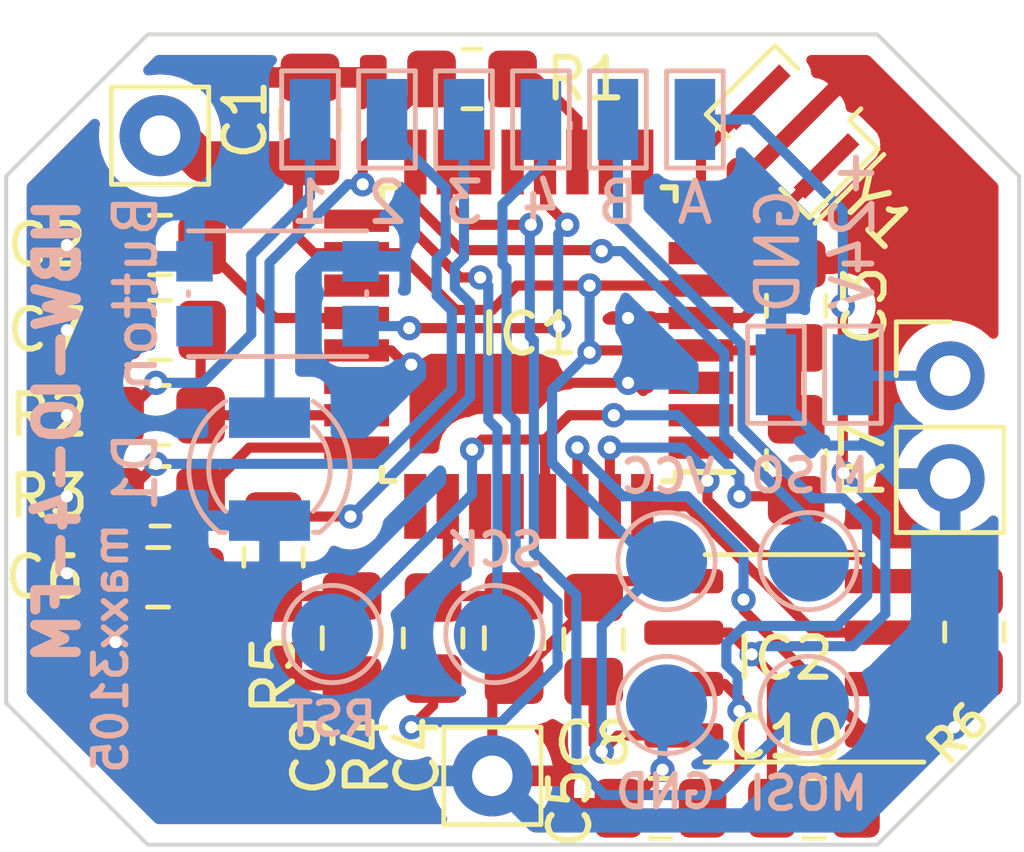
<source format=kicad_pcb>
(kicad_pcb (version 20211014) (generator pcbnew)
  (layers (0 "F.Cu" signal) (31 "B.Cu" signal) (34 "B.Paste" user) (35 "F.Paste" user) (36 "B.SilkS" user "B.Silkscreen") (37 "F.SilkS" user "F.Silkscreen") (38 "B.Mask" user) (39 "F.Mask" user) (44 "Edge.Cuts" user))
  (net 0 "")
  (net 1 "/GND")
  (net 2 "Net-(C1-Pad2)")
  (net 3 "/A0")
  (net 4 "/A1")
  (net 5 "/A2")
  (net 6 "/A3")
  (net 7 "/VCC")
  (net 8 "Net-(C14-Pad1)")
  (net 9 "Net-(C16-Pad1)")
  (net 10 "Net-(D1-Pad2)")
  (net 11 "/D3")
  (net 12 "/D4")
  (net 13 "/XTAL1")
  (net 14 "/XTAL2")
  (net 15 "/D5")
  (net 16 "/D6")
  (net 17 "/Button")
  (net 18 "/D9")
  (net 19 "/D10")
  (net 20 "/A6")
  (net 21 "/A7")
  (net 22 "/A4")
  (net 23 "/A5")
  (net 24 "/RST")
  (net 25 "/RXD")
  (net 26 "/TXD")
  (net 27 "/D2")
  (net 28 "Net-(R2-Pad2)")
  (net 29 "Net-(R3-Pad2)")
  (net 30 "Net-(R4-Pad2)")
  (net 31 "Net-(R5-Pad2)")
  (net 32 "/+24V")
  (net 33 "/D7")
  (net 34 "/MOSI")
  (net 35 "/MISO")
  (net 36 "/SCK")
  (footprint "TestPoint:TestPoint_THTPad_2.0x2.0mm_Drill1.0mm" (layer "F.Cu") (at 132.6 100.3)
    (fp_text reference "ST2" hide)
    (fp_text value "GND" hide)
    (pad "1" thru_hole oval (at 0 0) (size 2 2) (drill 1) (layers *.Cu *.Mask) (net 1 "/GND"))
  )
  (footprint "Capacitor_SMD:C_0805_2012Metric_Pad1.18x1.45mm_HandSolder" (layer "F.Cu") (at 133.1375 96.9 -90)
    (fp_text reference "C4" (at 2.9 2.3875 -90) (layer "F.SilkS"))
    (fp_text value "100n" hide)
    (pad "1" smd roundrect (at -1.0375 0 270) (size 1.175 1.45) (layers "F.Cu" "F.Paste" "F.Mask") (roundrect_rratio 0.2127659574) (net 6 "/A3"))
    (pad "2" smd roundrect (at 1.0375 0 270) (size 1.175 1.45) (layers "F.Cu" "F.Paste" "F.Mask") (roundrect_rratio 0.2127659574) (net 1 "/GND"))
  )
  (footprint "Resistor_SMD:R_0805_2012Metric_Pad1.20x1.40mm_HandSolder" (layer "F.Cu") (at 124.4 91.4 180)
    (fp_text reference "R2" (at 2.75 0) (layer "F.SilkS"))
    (fp_text value "330" hide)
    (pad "1" smd roundrect (at -1 0 180) (size 1.2 1.4) (layers "F.Cu" "F.Paste" "F.Mask") (roundrect_rratio 0.2083333333) (net 3 "/A0"))
    (pad "2" smd roundrect (at 1 0 180) (size 1.2 1.4) (layers "F.Cu" "F.Paste" "F.Mask") (roundrect_rratio 0.2083333333) (net 28 "Net-(R2-Pad2)"))
  )
  (footprint "Resistor_SMD:R_0805_2012Metric_Pad1.20x1.40mm_HandSolder" (layer "F.Cu") (at 144.5 96.75 90)
    (fp_text reference "R6" (at -2.5 -0.4 225) (layer "F.SilkS") (effects (font (size 0.8 0.8))))
    (fp_text value "10k" hide)
    (pad "1" smd roundrect (at -1 0 90) (size 1.2 1.4) (layers "F.Cu" "F.Paste" "F.Mask") (roundrect_rratio 0.2083333333) (net 1 "/GND"))
    (pad "2" smd roundrect (at 1 0 90) (size 1.2 1.4) (layers "F.Cu" "F.Paste" "F.Mask") (roundrect_rratio 0.2083333333) (net 27 "/D2"))
  )
  (footprint "Resistor_SMD:R_0805_2012Metric_Pad1.20x1.40mm_HandSolder" (layer "F.Cu") (at 124.4 93.4 180)
    (fp_text reference "R3" (at 2.75 0) (layer "F.SilkS"))
    (fp_text value "330" hide)
    (pad "1" smd roundrect (at -1 0 180) (size 1.2 1.4) (layers "F.Cu" "F.Paste" "F.Mask") (roundrect_rratio 0.2083333333) (net 4 "/A1"))
    (pad "2" smd roundrect (at 1 0 180) (size 1.2 1.4) (layers "F.Cu" "F.Paste" "F.Mask") (roundrect_rratio 0.2083333333) (net 29 "Net-(R3-Pad2)"))
  )
  (footprint "Capacitor_SMD:C_0805_2012Metric_Pad1.18x1.45mm_HandSolder" (layer "F.Cu") (at 136.75 101.1 180)
    (fp_text reference "C5" (at 2.2375 0 90) (layer "F.SilkS"))
    (fp_text value "82pF" hide)
    (pad "1" smd roundrect (at -1.0375 0 180) (size 1.175 1.45) (layers "F.Cu" "F.Paste" "F.Mask") (roundrect_rratio 0.2127659574) (net 8 "Net-(C14-Pad1)"))
    (pad "2" smd roundrect (at 1.0375 0 180) (size 1.175 1.45) (layers "F.Cu" "F.Paste" "F.Mask") (roundrect_rratio 0.2127659574) (net 1 "/GND"))
  )
  (footprint "Resistor_SMD:R_0805_2012Metric_Pad1.20x1.40mm_HandSolder" (layer "F.Cu") (at 131.1375 96.9 -90)
    (fp_text reference "R4" (at 2.9 1.6375 90) (layer "F.SilkS"))
    (fp_text value "330" hide)
    (pad "1" smd roundrect (at -1 0 270) (size 1.2 1.4) (layers "F.Cu" "F.Paste" "F.Mask") (roundrect_rratio 0.2083333333) (net 6 "/A3"))
    (pad "2" smd roundrect (at 1 0 270) (size 1.2 1.4) (layers "F.Cu" "F.Paste" "F.Mask") (roundrect_rratio 0.2083333333) (net 31 "Net-(R5-Pad2)"))
  )
  (footprint "Capacitor_SMD:C_0805_2012Metric_Pad1.18x1.45mm_HandSolder" (layer "F.Cu") (at 124.35 95.4 180)
    (fp_text reference "C6" (at 2.8 0) (layer "F.SilkS"))
    (fp_text value "100n" hide)
    (pad "1" smd roundrect (at -1.0375 0 180) (size 1.175 1.45) (layers "F.Cu" "F.Paste" "F.Mask") (roundrect_rratio 0.2127659574) (net 4 "/A1"))
    (pad "2" smd roundrect (at 1.0375 0 180) (size 1.175 1.45) (layers "F.Cu" "F.Paste" "F.Mask") (roundrect_rratio 0.2127659574) (net 1 "/GND"))
  )
  (footprint "Capacitor_SMD:C_0805_2012Metric_Pad1.18x1.45mm_HandSolder" (layer "F.Cu") (at 128.1 84.1 -90)
    (fp_text reference "C1" (at 0 1.6 90) (layer "F.SilkS"))
    (fp_text value "100nF" hide)
    (pad "1" smd roundrect (at -1.0375 0 270) (size 1.175 1.45) (layers "F.Cu" "F.Paste" "F.Mask") (roundrect_rratio 0.2127659574) (net 1 "/GND"))
    (pad "2" smd roundrect (at 1.0375 0 270) (size 1.175 1.45) (layers "F.Cu" "F.Paste" "F.Mask") (roundrect_rratio 0.2127659574) (net 7 "/VCC"))
  )
  (footprint "Crystal:Resonator_SMD_Murata_CSTxExxV-3Pin_3.0x1.1mm" (layer "F.Cu") (at 140 84.4 135)
    (fp_text reference "Y1" (at -2.899138 0.070711 135) (layer "F.SilkS"))
    (fp_text value "16Mhz")
    (pad "1" smd rect (at -1.2 0 135) (size 0.4 1.9) (layers "F.Cu" "F.Paste" "F.Mask") (net 13 "/XTAL1"))
    (pad "2" smd rect (at 0 0 135) (size 0.4 1.9) (layers "F.Cu" "F.Paste" "F.Mask") (net 1 "/GND"))
    (pad "3" smd rect (at 1.2 0 135) (size 0.4 1.9) (layers "F.Cu" "F.Paste" "F.Mask") (net 14 "/XTAL2"))
  )
  (footprint "Capacitor_SMD:C_0805_2012Metric_Pad1.18x1.45mm_HandSolder" (layer "F.Cu") (at 140.1 88.7 90)
    (fp_text reference "C3" (at 0 1.7 90) (layer "F.SilkS"))
    (fp_text value "100n" hide)
    (pad "1" smd roundrect (at -1.0375 0 90) (size 1.175 1.45) (layers "F.Cu" "F.Paste" "F.Mask") (roundrect_rratio 0.2127659574) (net 7 "/VCC"))
    (pad "2" smd roundrect (at 1.0375 0 90) (size 1.175 1.45) (layers "F.Cu" "F.Paste" "F.Mask") (roundrect_rratio 0.2127659574) (net 1 "/GND"))
  )
  (footprint "Resistor_SMD:R_0805_2012Metric_Pad1.20x1.40mm_HandSolder" (layer "F.Cu") (at 132.1 83.1 180)
    (fp_text reference "R1" (at -2.8 0) (layer "F.SilkS"))
    (fp_text value "330" hide)
    (pad "1" smd roundrect (at -1 0 180) (size 1.2 1.4) (layers "F.Cu" "F.Paste" "F.Mask") (roundrect_rratio 0.2083333333) (net 33 "/D7"))
    (pad "2" smd roundrect (at 1 0 180) (size 1.2 1.4) (layers "F.Cu" "F.Paste" "F.Mask") (roundrect_rratio 0.2083333333) (net 10 "Net-(D1-Pad2)"))
  )
  (footprint "Resistor_SMD:R_0805_2012Metric_Pad1.20x1.40mm_HandSolder" (layer "F.Cu") (at 140.1 92.5 -90)
    (fp_text reference "R7" (at 0 -1.65 90) (layer "F.SilkS"))
    (fp_text value "10k" hide)
    (pad "1" smd roundrect (at -1 0 270) (size 1.2 1.4) (layers "F.Cu" "F.Paste" "F.Mask") (roundrect_rratio 0.2083333333) (net 7 "/VCC"))
    (pad "2" smd roundrect (at 1 0 270) (size 1.2 1.4) (layers "F.Cu" "F.Paste" "F.Mask") (roundrect_rratio 0.2083333333) (net 24 "/RST"))
  )
  (footprint "Connector_PinHeader_2.54mm:PinHeader_1x02_P2.54mm_Vertical" (layer "F.Cu") (at 143.9 90.425)
    (fp_text reference "J1" hide)
    (fp_text value "Conn_01x02" hide)
    (pad "1" thru_hole oval (at 0 0) (size 1.7 1.7) (drill 1) (layers *.Cu *.Mask) (net 32 "/+24V"))
    (pad "2" thru_hole oval (at 0 2.54) (size 1.7 1.7) (drill 1) (layers *.Cu *.Mask) (net 1 "/GND"))
  )
  (footprint "TestPoint:TestPoint_THTPad_2.0x2.0mm_Drill1.0mm" (layer "F.Cu") (at 124.4 84.5)
    (fp_text reference "ST1" hide)
    (fp_text value "+5V" hide)
    (pad "1" thru_hole oval (at 0 0) (size 2 2) (drill 1) (layers *.Cu *.Mask) (net 7 "/VCC"))
  )
  (footprint "Capacitor_SMD:C_0805_2012Metric_Pad1.18x1.45mm_HandSolder" (layer "F.Cu") (at 124.4 89.3 180)
    (fp_text reference "C7" (at 2.8 0) (layer "F.SilkS"))
    (fp_text value "100n" hide)
    (pad "1" smd roundrect (at -1.0375 0 180) (size 1.175 1.45) (layers "F.Cu" "F.Paste" "F.Mask") (roundrect_rratio 0.2127659574) (net 3 "/A0"))
    (pad "2" smd roundrect (at 1.0375 0 180) (size 1.175 1.45) (layers "F.Cu" "F.Paste" "F.Mask") (roundrect_rratio 0.2127659574) (net 1 "/GND"))
  )
  (footprint "Capacitor_SMD:C_0805_2012Metric_Pad1.18x1.45mm_HandSolder" (layer "F.Cu") (at 140.5375 101.1)
    (fp_text reference "C10" (at -0.6875 -1.75) (layer "F.SilkS"))
    (fp_text value "82pF" hide)
    (pad "1" smd roundrect (at -1.0375 0) (size 1.175 1.45) (layers "F.Cu" "F.Paste" "F.Mask") (roundrect_rratio 0.2127659574) (net 9 "Net-(C16-Pad1)"))
    (pad "2" smd roundrect (at 1.0375 0) (size 1.175 1.45) (layers "F.Cu" "F.Paste" "F.Mask") (roundrect_rratio 0.2127659574) (net 1 "/GND"))
  )
  (footprint "Capacitor_SMD:C_0805_2012Metric_Pad1.18x1.45mm_HandSolder" (layer "F.Cu") (at 124.4 87.2)
    (fp_text reference "C2" (at -2.8 0) (layer "F.SilkS"))
    (fp_text value "100nF" hide)
    (pad "1" smd roundrect (at -1.0375 0) (size 1.175 1.45) (layers "F.Cu" "F.Paste" "F.Mask") (roundrect_rratio 0.2127659574) (net 1 "/GND"))
    (pad "2" smd roundrect (at 1.0375 0) (size 1.175 1.45) (layers "F.Cu" "F.Paste" "F.Mask") (roundrect_rratio 0.2127659574) (net 2 "Net-(C1-Pad2)"))
  )
  (footprint "Capacitor_SMD:C_0805_2012Metric_Pad1.18x1.45mm_HandSolder" (layer "F.Cu") (at 135.1 96.9375 -90)
    (fp_text reference "C8" (at 2.5625 0 180) (layer "F.SilkS"))
    (fp_text value "100n" hide)
    (pad "1" smd roundrect (at -1.0375 0 270) (size 1.175 1.45) (layers "F.Cu" "F.Paste" "F.Mask") (roundrect_rratio 0.2127659574) (net 1 "/GND"))
    (pad "2" smd roundrect (at 1.0375 0 270) (size 1.175 1.45) (layers "F.Cu" "F.Paste" "F.Mask") (roundrect_rratio 0.2127659574) (net 7 "/VCC"))
  )
  (footprint "Package_SO:SOIC-8_3.9x4.9mm_P1.27mm" (layer "F.Cu") (at 139.8 97.4 180)
    (fp_text reference "IC2" (at 0 0) (layer "F.SilkS"))
    (fp_text value "MAX487E" hide)
    (pad "1" smd roundrect (at -2.475 -1.905 180) (size 1.95 0.6) (layers "F.Cu" "F.Paste" "F.Mask") (net 25 "/RXD"))
    (pad "2" smd roundrect (at -2.475 -0.635 180) (size 1.95 0.6) (layers "F.Cu" "F.Paste" "F.Mask") (net 1 "/GND"))
    (pad "3" smd roundrect (at -2.475 0.635 180) (size 1.95 0.6) (layers "F.Cu" "F.Paste" "F.Mask") (net 27 "/D2"))
    (pad "4" smd roundrect (at -2.475 1.905 180) (size 1.95 0.6) (layers "F.Cu" "F.Paste" "F.Mask") (net 26 "/TXD"))
    (pad "5" smd roundrect (at 2.475 1.905 180) (size 1.95 0.6) (layers "F.Cu" "F.Paste" "F.Mask") (net 1 "/GND"))
    (pad "6" smd roundrect (at 2.475 0.635 180) (size 1.95 0.6) (layers "F.Cu" "F.Paste" "F.Mask") (net 9 "Net-(C16-Pad1)"))
    (pad "7" smd roundrect (at 2.475 -0.635 180) (size 1.95 0.6) (layers "F.Cu" "F.Paste" "F.Mask") (net 8 "Net-(C14-Pad1)"))
    (pad "8" smd roundrect (at 2.475 -1.905 180) (size 1.95 0.6) (layers "F.Cu" "F.Paste" "F.Mask") (net 7 "/VCC"))
  )
  (footprint "Resistor_SMD:R_0805_2012Metric_Pad1.20x1.40mm_HandSolder" (layer "F.Cu") (at 127.2 94.9 90)
    (fp_text reference "R5" (at -2.9 0 90) (layer "F.SilkS"))
    (fp_text value "330" hide)
    (pad "1" smd roundrect (at -1 0 90) (size 1.2 1.4) (layers "F.Cu" "F.Paste" "F.Mask") (roundrect_rratio 0.2083333333) (net 5 "/A2"))
    (pad "2" smd roundrect (at 1 0 90) (size 1.2 1.4) (layers "F.Cu" "F.Paste" "F.Mask") (roundrect_rratio 0.2083333333) (net 30 "Net-(R4-Pad2)"))
  )
  (footprint "Package_QFP:TQFP-32_7x7mm_P0.8mm" (layer "F.Cu") (at 133.5 89.4 180)
    (fp_text reference "IC1" (at 0 0) (layer "F.SilkS"))
    (fp_text value "ATmega328P-A" hide)
    (pad "1" smd rect (at -4.25 -2.8 180) (size 1.6 0.55) (layers "F.Cu" "F.Paste" "F.Mask") (net 11 "/D3"))
    (pad "2" smd rect (at -4.25 -2 180) (size 1.6 0.55) (layers "F.Cu" "F.Paste" "F.Mask") (net 12 "/D4"))
    (pad "3" smd rect (at -4.25 -1.2 180) (size 1.6 0.55) (layers "F.Cu" "F.Paste" "F.Mask") (net 1 "/GND"))
    (pad "4" smd rect (at -4.25 -0.4 180) (size 1.6 0.55) (layers "F.Cu" "F.Paste" "F.Mask") (net 7 "/VCC"))
    (pad "5" smd rect (at -4.25 0.4 180) (size 1.6 0.55) (layers "F.Cu" "F.Paste" "F.Mask") (net 1 "/GND"))
    (pad "6" smd rect (at -4.25 1.2 180) (size 1.6 0.55) (layers "F.Cu" "F.Paste" "F.Mask") (net 7 "/VCC"))
    (pad "7" smd rect (at -4.25 2 180) (size 1.6 0.55) (layers "F.Cu" "F.Paste" "F.Mask") (net 13 "/XTAL1"))
    (pad "8" smd rect (at -4.25 2.8 180) (size 1.6 0.55) (layers "F.Cu" "F.Paste" "F.Mask") (net 14 "/XTAL2"))
    (pad "9" smd rect (at -2.8 4.25 270) (size 1.6 0.55) (layers "F.Cu" "F.Paste" "F.Mask") (net 15 "/D5"))
    (pad "10" smd rect (at -2 4.25 270) (size 1.6 0.55) (layers "F.Cu" "F.Paste" "F.Mask") (net 16 "/D6"))
    (pad "11" smd rect (at -1.2 4.25 270) (size 1.6 0.55) (layers "F.Cu" "F.Paste" "F.Mask") (net 33 "/D7"))
    (pad "12" smd rect (at -0.4 4.25 270) (size 1.6 0.55) (layers "F.Cu" "F.Paste" "F.Mask") (net 17 "/Button"))
    (pad "13" smd rect (at 0.4 4.25 270) (size 1.6 0.55) (layers "F.Cu" "F.Paste" "F.Mask") (net 18 "/D9"))
    (pad "14" smd rect (at 1.2 4.25 270) (size 1.6 0.55) (layers "F.Cu" "F.Paste" "F.Mask") (net 19 "/D10"))
    (pad "15" smd rect (at 2 4.25 270) (size 1.6 0.55) (layers "F.Cu" "F.Paste" "F.Mask") (net 34 "/MOSI"))
    (pad "16" smd rect (at 2.8 4.25 270) (size 1.6 0.55) (layers "F.Cu" "F.Paste" "F.Mask") (net 35 "/MISO"))
    (pad "17" smd rect (at 4.25 2.8 180) (size 1.6 0.55) (layers "F.Cu" "F.Paste" "F.Mask") (net 36 "/SCK"))
    (pad "18" smd rect (at 4.25 2 180) (size 1.6 0.55) (layers "F.Cu" "F.Paste" "F.Mask") (net 7 "/VCC"))
    (pad "19" smd rect (at 4.25 1.2 180) (size 1.6 0.55) (layers "F.Cu" "F.Paste" "F.Mask") (net 20 "/A6"))
    (pad "20" smd rect (at 4.25 0.4 180) (size 1.6 0.55) (layers "F.Cu" "F.Paste" "F.Mask") (net 2 "Net-(C1-Pad2)"))
    (pad "21" smd rect (at 4.25 -0.4 180) (size 1.6 0.55) (layers "F.Cu" "F.Paste" "F.Mask") (net 1 "/GND"))
    (pad "22" smd rect (at 4.25 -1.2 180) (size 1.6 0.55) (layers "F.Cu" "F.Paste" "F.Mask") (net 21 "/A7"))
    (pad "23" smd rect (at 4.25 -2 180) (size 1.6 0.55) (layers "F.Cu" "F.Paste" "F.Mask") (net 3 "/A0"))
    (pad "24" smd rect (at 4.25 -2.8 180) (size 1.6 0.55) (layers "F.Cu" "F.Paste" "F.Mask") (net 4 "/A1"))
    (pad "25" smd rect (at 2.8 -4.25 270) (size 1.6 0.55) (layers "F.Cu" "F.Paste" "F.Mask") (net 5 "/A2"))
    (pad "26" smd rect (at 2 -4.25 270) (size 1.6 0.55) (layers "F.Cu" "F.Paste" "F.Mask") (net 6 "/A3"))
    (pad "27" smd rect (at 1.2 -4.25 270) (size 1.6 0.55) (layers "F.Cu" "F.Paste" "F.Mask") (net 22 "/A4"))
    (pad "28" smd rect (at 0.4 -4.25 270) (size 1.6 0.55) (layers "F.Cu" "F.Paste" "F.Mask") (net 23 "/A5"))
    (pad "29" smd rect (at -0.4 -4.25 270) (size 1.6 0.55) (layers "F.Cu" "F.Paste" "F.Mask") (net 24 "/RST"))
    (pad "30" smd rect (at -1.2 -4.25 270) (size 1.6 0.55) (layers "F.Cu" "F.Paste" "F.Mask") (net 25 "/RXD"))
    (pad "31" smd rect (at -2 -4.25 270) (size 1.6 0.55) (layers "F.Cu" "F.Paste" "F.Mask") (net 26 "/TXD"))
    (pad "32" smd rect (at -2.8 -4.25 270) (size 1.6 0.55) (layers "F.Cu" "F.Paste" "F.Mask") (net 27 "/D2"))
  )
  (footprint "Capacitor_SMD:C_0805_2012Metric_Pad1.18x1.45mm_HandSolder" (layer "F.Cu") (at 129.1375 96.9 -90)
    (fp_text reference "C9" (at 2.9 0.9375 90) (layer "F.SilkS"))
    (fp_text value "100n" hide)
    (pad "1" smd roundrect (at -1.0375 0 270) (size 1.175 1.45) (layers "F.Cu" "F.Paste" "F.Mask") (roundrect_rratio 0.2127659574) (net 5 "/A2"))
    (pad "2" smd roundrect (at 1.0375 0 270) (size 1.175 1.45) (layers "F.Cu" "F.Paste" "F.Mask") (roundrect_rratio 0.2127659574) (net 1 "/GND"))
  )
  (footprint "LED_THT:LED_D3.0mm" (layer "B.Cu") (at 127.1 94 90)
    (fp_text reference "D1" (at 1.2 -3.3 90) (layer "B.SilkS") (effects (justify mirror)))
    (fp_text value "Rot")
    (pad "1" smd rect (at 0 0 90) (size 1 2) (layers "B.Cu" "B.Paste" "B.Mask") (net 1 "/GND"))
    (pad "2" smd rect (at 2.54 0 90) (size 1 2) (layers "B.Cu" "B.Paste" "B.Mask") (net 10 "Net-(D1-Pad2)"))
  )
  (footprint "Button_Switch_SMD:SW_Push_1P1T_NO_CK_KMR2" (layer "B.Cu") (at 127.3 88.4)
    (fp_text reference "SW1" hide)
    (fp_text value "Button" (at -3.5 0 90) (layer "B.SilkS") (effects (justify mirror)))
    (pad "1" smd rect (at 2.05 0.8) (size 0.9 1) (layers "B.Cu" "B.Paste" "B.Mask") (net 17 "/Button"))
    (pad "1" smd rect (at -2.05 0.8) (size 0.9 1) (layers "B.Cu" "B.Paste" "B.Mask") (net 17 "/Button"))
    (pad "2" smd rect (at -2.05 -0.8) (size 0.9 1) (layers "B.Cu" "B.Paste" "B.Mask") (net 1 "/GND"))
    (pad "2" smd rect (at 2.05 -0.8) (size 0.9 1) (layers "B.Cu" "B.Paste" "B.Mask") (net 1 "/GND"))
  )
  (footprint "TestPoint:TestPoint_Pad_2.0x1.0mm" (layer "B.Cu") (at 139.6 90.4)
    (fp_text reference "ST10" hide)
    (fp_text value "GND" (at 0.05 -3.05 90) (layer "B.SilkS") (effects (justify mirror)))
    (pad "1" smd rect (at 0 0) (size 1 2) (layers "B.Cu" "B.Mask") (net 1 "/GND"))
  )
  (footprint "TestPoint:TestPoint_Pad_2.0x1.0mm" (layer "B.Cu") (at 137.6 84.1 180)
    (fp_text reference "ST3" hide)
    (fp_text value "A" (at 0 -2.05) (layer "B.SilkS") (effects (justify mirror)))
    (pad "1" smd rect (at 0 0 180) (size 1 2) (layers "B.Cu" "B.Mask") (net 9 "Net-(C16-Pad1)"))
  )
  (footprint "TestPoint:TestPoint_Pad_2.0x1.0mm" (layer "B.Cu") (at 131.9 84.1 180)
    (fp_text reference "ST4" hide)
    (fp_text value "3" (at 0 -2.05) (layer "B.SilkS") (effects (justify mirror)))
    (pad "1" smd rect (at 0 0 180) (size 1 2) (layers "B.Cu" "B.Mask") (net 30 "Net-(R4-Pad2)"))
  )
  (footprint "TestPoint:TestPoint_Pad_2.0x1.0mm" (layer "B.Cu") (at 130 84.1 180)
    (fp_text reference "ST5" hide)
    (fp_text value "2" (at 0 -2.05) (layer "B.SilkS") (effects (justify mirror)))
    (pad "1" smd rect (at 0 0 180) (size 1 2) (layers "B.Cu" "B.Mask") (net 29 "Net-(R3-Pad2)"))
  )
  (footprint "TestPoint:TestPoint_Pad_2.0x1.0mm" (layer "B.Cu") (at 141.5 90.4)
    (fp_text reference "ST9" hide)
    (fp_text value "+24V" (at 0 -3.6 90) (layer "B.SilkS") (effects (justify mirror)))
    (pad "1" smd rect (at 0 0) (size 1 2) (layers "B.Cu" "B.Mask") (net 32 "/+24V"))
  )
  (footprint "TestPoint:TestPoint_Homematic" (layer "B.Cu") (at 140.4 98.8 90)
    (fp_text reference "ISP" hide)
    (fp_text value "ISP")
    (pad "1" smd circle (at 0.25 0 90) (size 2 2) (layers "B.Cu" "B.Mask") (net 34 "/MOSI"))
    (pad "2" smd circle (at 3.8 0 90) (size 2 2) (layers "B.Cu" "B.Mask") (net 35 "/MISO"))
    (pad "3" smd circle (at 0.25 -3.5 90) (size 2 2) (layers "B.Cu" "B.Mask") (net 1 "/GND"))
    (pad "4" smd circle (at 3.8 -3.5 90) (size 2 2) (layers "B.Cu" "B.Mask") (net 7 "/VCC"))
    (pad "5" smd circle (at 2 -7.75 90) (size 2 2) (layers "B.Cu" "B.Mask") (net 36 "/SCK"))
    (pad "6" smd circle (at 2 -11.75 90) (size 2 2) (layers "B.Cu" "B.Mask") (net 24 "/RST"))
  )
  (footprint "TestPoint:TestPoint_Pad_2.0x1.0mm" (layer "B.Cu") (at 135.7 84.1 180)
    (fp_text reference "ST6" hide)
    (fp_text value "B" (at 0 -2.05) (layer "B.SilkS") (effects (justify mirror)))
    (pad "1" smd rect (at 0 0 180) (size 1 2) (layers "B.Cu" "B.Mask") (net 8 "Net-(C14-Pad1)"))
  )
  (footprint "TestPoint:TestPoint_Pad_2.0x1.0mm" (layer "B.Cu") (at 128.1 84.1 180)
    (fp_text reference "ST7" hide)
    (fp_text value "1" (at 0 -2.05) (layer "B.SilkS") (effects (justify mirror)))
    (pad "1" smd rect (at 0 0 180) (size 1 2) (layers "B.Cu" "B.Mask") (net 28 "Net-(R2-Pad2)"))
  )
  (footprint "TestPoint:TestPoint_Pad_2.0x1.0mm" (layer "B.Cu") (at 133.8 84.1 180)
    (fp_text reference "ST8" hide)
    (fp_text value "4" (at 0 -2.05) (layer "B.SilkS") (effects (justify mirror)))
    (pad "1" smd rect (at 0 0 180) (size 1 2) (layers "B.Cu" "B.Mask") (net 31 "Net-(R5-Pad2)"))
  )
  (gr_line (start 145.6 98.5) (end 145.6 85.5) (layer "Edge.Cuts") (width 0.1))
  (gr_line (start 142.1 82) (end 124.1 82) (layer "Edge.Cuts") (width 0.1))
  (gr_line (start 145.6 98.5) (end 142.1 102) (layer "Edge.Cuts") (width 0.1))
  (gr_line (start 120.6 85.5) (end 124.1 82) (layer "Edge.Cuts") (width 0.1))
  (gr_line (start 145.6 85.5) (end 142.1 82) (layer "Edge.Cuts") (width 0.1))
  (gr_line (start 120.6 85.5) (end 120.6 98.5) (layer "Edge.Cuts") (width 0.1))
  (gr_line (start 124.1 102) (end 120.6 98.5) (layer "Edge.Cuts") (width 0.1))
  (gr_line (start 124.1 102) (end 142.1 102) (layer "Edge.Cuts") (width 0.1))
  (gr_text "MOSI" (at 140.4 100.73) (layer "B.SilkS") (effects (font (size 0.8 0.8)) (justify mirror)))
  (gr_text "maxx3105" (at 123.18 97.15 90) (layer "B.SilkS") (effects (font (size 0.8 0.8)) (justify mirror)))
  (gr_text "GND" (at 136.87 100.69) (layer "B.SilkS") (effects (font (size 0.8 0.8)) (justify mirror)))
  (gr_text "RST" (at 128.64 98.9) (layer "B.SilkS") (effects (font (size 0.8 0.8)) (justify mirror)))
  (gr_text "SCK" (at 132.66 94.72) (layer "B.SilkS") (effects (font (size 0.8 0.8)) (justify mirror)))
  (gr_text "HBW-IO-4-FM" (at 121.87 91.79 90) (layer "B.SilkS") (effects (font (size 1 1) (thickness 0.25)) (justify mirror)))
  (gr_text "VCC" (at 136.93 92.91) (layer "B.SilkS") (effects (font (size 0.8 0.8)) (justify mirror)))
  (gr_text "MISO" (at 140.43 92.89) (layer "B.SilkS") (effects (font (size 0.8 0.8)) (justify mirror)))
  (segment (start 137.75 89) (end 135.95 89) (width 0.25) (layer "F.Cu") (net 1))
  (segment (start 142.075 101.1) (end 142.126751 101.1) (width 0.25) (layer "F.Cu") (net 1))
  (segment (start 133.1375 97.9375) (end 132.6 98.475) (width 0.25) (layer "F.Cu") (net 1))
  (segment (start 137.325 95.495) (end 135.505 95.495) (width 0.25) (layer "F.Cu") (net 1))
  (segment (start 132.6 98.475) (end 132.6 100.3) (width 0.25) (layer "F.Cu") (net 1))
  (segment (start 130.6 90.15) (end 130.45 90.15) (width 0.25) (layer "F.Cu") (net 1))
  (segment (start 144 98.25) (end 144.5 97.75) (width 0.25) (layer "F.Cu") (net 1))
  (segment (start 138.8 89) (end 140.1 87.7) (width 0.25) (layer "F.Cu") (net 1))
  (segment (start 135.85 101.1) (end 136.8 100.15) (width 0.25) (layer "F.Cu") (net 1))
  (segment (start 137.75 89) (end 138.8 89) (width 0.25) (layer "F.Cu") (net 1))
  (segment (start 130.45 90.15) (end 130.1 89.8) (width 0.25) (layer "F.Cu") (net 1))
  (segment (start 144 99.226751) (end 144 98.25) (width 0.25) (layer "F.Cu") (net 1))
  (segment (start 130.1 89.8) (end 129.25 89.8) (width 0.25) (layer "F.Cu") (net 1))
  (segment (start 135.1 95.975) (end 133.1375 97.9375) (width 0.25) (layer "F.Cu") (net 1))
  (segment (start 130.6 90.15) (end 131.05 90.6) (width 0.25) (layer "F.Cu") (net 1))
  (segment (start 142.275 98.035) (end 144.215 98.035) (width 0.25) (layer "F.Cu") (net 1))
  (segment (start 142.126751 101.1) (end 144 99.226751) (width 0.25) (layer "F.Cu") (net 1))
  (segment (start 131.05 90.6) (end 137.75 90.6) (width 0.25) (layer "F.Cu") (net 1))
  (via (at 122.1 91.4) (size 0.6) (drill 0.3) (layers "F.Cu" "B.Cu") (net 1))
  (via (at 136.8 100.15) (size 0.6) (drill 0.3) (layers "F.Cu" "B.Cu") (net 1))
  (via (at 135.95 90.6) (size 0.6) (drill 0.3) (layers "F.Cu" "B.Cu") (net 1))
  (via (at 123.3 97) (size 0.6) (drill 0.3) (layers "F.Cu" "B.Cu") (net 1))
  (via (at 122.1 95.3) (size 0.6) (drill 0.3) (layers "F.Cu" "B.Cu") (net 1))
  (via (at 135.95 89) (size 0.6) (drill 0.3) (layers "F.Cu" "B.Cu") (net 1))
  (via (at 130.6 90.15) (size 0.6) (drill 0.3) (layers "F.Cu" "B.Cu") (net 1))
  (via (at 122.1 87.2) (size 0.6) (drill 0.3) (layers "F.Cu" "B.Cu") (net 1))
  (via (at 122.1 93.4) (size 0.6) (drill 0.3) (layers "F.Cu" "B.Cu") (net 1))
  (via (at 122.1 89.3) (size 0.6) (drill 0.3) (layers "F.Cu" "B.Cu") (net 1))
  (via (at 144 99.1) (size 0.6) (drill 0.3) (layers "F.Cu" "B.Cu") (net 1))
  (segment (start 136.8 100.15) (end 136.8 98.65) (width 0.25) (layer "B.Cu") (net 1))
  (segment (start 142.665 92.965) (end 143.9 92.965) (width 0.25) (layer "B.Cu") (net 1))
  (segment (start 139.6 90.9) (end 140.85 92.15) (width 0.25) (layer "B.Cu") (net 1))
  (segment (start 132.6 100.3) (end 133.7 101.4) (width 0.6) (layer "B.Cu") (net 1))
  (segment (start 141.85 92.15) (end 142.665 92.965) (width 0.25) (layer "B.Cu") (net 1))
  (segment (start 140.85 92.15) (end 141.85 92.15) (width 0.25) (layer "B.Cu") (net 1))
  (segment (start 141.58 101.4) (end 143.7 99.28) (width 0.6) (layer "B.Cu") (net 1))
  (segment (start 133.7 101.4) (end 141.58 101.4) (width 0.6) (layer "B.Cu") (net 1))
  (segment (start 143.7 99.1) (end 144 99.1) (width 0.25) (layer "B.Cu") (net 1))
  (segment (start 127.2375 89) (end 129.25 89) (width 0.25) (layer "F.Cu") (net 2))
  (segment (start 125.4375 87.2) (end 127.2375 89) (width 0.25) (layer "F.Cu") (net 2))
  (segment (start 125.4 91.4) (end 125.4 89.3375) (width 0.25) (layer "F.Cu") (net 3))
  (segment (start 125.4 91.4) (end 129.25 91.4) (width 0.25) (layer "F.Cu") (net 3))
  (segment (start 125.4 93.4) (end 126.6 92.2) (width 0.25) (layer "F.Cu") (net 4))
  (segment (start 126.6 92.2) (end 129.25 92.2) (width 0.25) (layer "F.Cu") (net 4))
  (segment (start 125.4 93.4) (end 125.4 95.3625) (width 0.25) (layer "F.Cu") (net 4))
  (segment (start 129.1375 95.2125) (end 130.7 93.65) (width 0.25) (layer "F.Cu") (net 5))
  (segment (start 129.1375 95.8625) (end 129.1375 95.2125) (width 0.25) (layer "F.Cu") (net 5))
  (segment (start 129.1375 95.8625) (end 127.2375 95.8625) (width 0.25) (layer "F.Cu") (net 5))
  (segment (start 133.1375 95.8625) (end 131.175 95.8625) (width 0.25) (layer "F.Cu") (net 6))
  (segment (start 131.5 95.5375) (end 131.5 93.65) (width 0.25) (layer "F.Cu") (net 6))
  (segment (start 131.7 88.8) (end 130.3 87.4) (width 0.25) (layer "F.Cu") (net 7))
  (segment (start 132.6 88.8) (end 131.7 88.8) (width 0.25) (layer "F.Cu") (net 7))
  (segment (start 125.4375 85.1375) (end 124.8 84.5) (width 1) (layer "F.Cu") (net 7))
  (segment (start 135.1 99.5) (end 135.3 99.7) (width 0.25) (layer "F.Cu") (net 7))
  (segment (start 127.8 87) (end 127.8 85.4375) (width 0.25) (layer "F.Cu") (net 7))
  (segment (start 140.1 89.7375) (end 140.1 91.4) (width 0.25) (layer "F.Cu") (net 7))
  (segment (start 137.325 99.305) (end 135.695 99.305) (width 0.25) (layer "F.Cu") (net 7))
  (segment (start 128.2 87.4) (end 127.8 87) (width 0.25) (layer "F.Cu") (net 7))
  (segment (start 137.75 88.2) (end 135 88.2) (width 0.25) (layer "F.Cu") (net 7))
  (segment (start 130.3 87.4) (end 129.25 87.4) (width 0.25) (layer "F.Cu") (net 7))
  (segment (start 137.75 89.8) (end 140.0375 89.8) (width 0.25) (layer "F.Cu") (net 7))
  (segment (start 133.2 88.2) (end 132.6 88.8) (width 0.25) (layer "F.Cu") (net 7))
  (segment (start 135.1 97.975) (end 135.1 99.5) (width 0.25) (layer "F.Cu") (net 7))
  (segment (start 129.25 87.4) (end 128.2 87.4) (width 0.25) (layer "F.Cu") (net 7))
  (segment (start 135.05 89.8) (end 137.75 89.8) (width 0.25) (layer "F.Cu") (net 7))
  (segment (start 135.695 99.305) (end 135.3 99.7) (width 0.25) (layer "F.Cu") (net 7))
  (segment (start 135 88.2) (end 133.2 88.2) (width 0.25) (layer "F.Cu") (net 7))
  (segment (start 135 89.85) (end 135.05 89.8) (width 0.25) (layer "F.Cu") (net 7))
  (segment (start 128.1 85.1375) (end 125.4375 85.1375) (width 1) (layer "F.Cu") (net 7))
  (via (at 135.3 99.7) (size 0.6) (drill 0.3) (layers "F.Cu" "B.Cu") (net 7))
  (via (at 135 88.2) (size 0.6) (drill 0.3) (layers "F.Cu" "B.Cu") (net 7))
  (via (at 135 89.85) (size 0.6) (drill 0.3) (layers "F.Cu" "B.Cu") (net 7))
  (segment (start 135.3 96.6) (end 136.9 95) (width 0.25) (layer "B.Cu") (net 7))
  (segment (start 134.075 90.775) (end 134.075 92.575) (width 0.25) (layer "B.Cu") (net 7))
  (segment (start 135 89.85) (end 134.075 90.775) (width 0.25) (layer "B.Cu") (net 7))
  (segment (start 135 89.85) (end 135 88.2) (width 0.25) (layer "B.Cu") (net 7))
  (segment (start 134.075 92.575) (end 136.5 95) (width 0.25) (layer "B.Cu") (net 7))
  (segment (start 135.3 99.7) (end 135.3 96.6) (width 0.25) (layer "B.Cu") (net 7))
  (segment (start 138.335 98.035) (end 138.7 98.4) (width 0.25) (layer "F.Cu") (net 8))
  (segment (start 138.7 98.7) (end 138.7 100.225) (width 0.25) (layer "F.Cu") (net 8))
  (segment (start 138.7 100.225) (end 137.825 101.1) (width 0.25) (layer "F.Cu") (net 8))
  (segment (start 137.325 98.035) (end 138.335 98.035) (width 0.25) (layer "F.Cu") (net 8))
  (via (at 138.7 98.7) (size 0.6) (drill 0.3) (layers "F.Cu" "B.Cu") (net 8))
  (segment (start 141.85 95.85) (end 141.1 96.6) (width 0.25) (layer "B.Cu") (net 8))
  (segment (start 135.7 84.1) (end 135.7 86.6) (width 0.25) (layer "B.Cu") (net 8))
  (segment (start 138.65 97.833884) (end 138.65 98.65) (width 0.25) (layer "B.Cu") (net 8))
  (segment (start 141.85 94.05) (end 141.85 95.85) (width 0.25) (layer "B.Cu") (net 8))
  (segment (start 138.375 97.558884) (end 138.65 97.833884) (width 0.25) (layer "B.Cu") (net 8))
  (segment (start 138.65 98.65) (end 138.7 98.7) (width 0.25) (layer "B.Cu") (net 8))
  (segment (start 140.5 93.45) (end 141.25 93.45) (width 0.25) (layer "B.Cu") (net 8))
  (segment (start 138.775 91.725) (end 140.5 93.45) (width 0.25) (layer "B.Cu") (net 8))
  (segment (start 141.1 96.6) (end 138.816116 96.6) (width 0.25) (layer "B.Cu") (net 8))
  (segment (start 138.775 89.675) (end 138.775 91.725) (width 0.25) (layer "B.Cu") (net 8))
  (segment (start 135.7 86.6) (end 138.775 89.675) (width 0.25) (layer "B.Cu") (net 8))
  (segment (start 138.816116 96.6) (end 138.375 97.041116) (width 0.25) (layer "B.Cu") (net 8))
  (segment (start 138.375 97.041116) (end 138.375 97.558884) (width 0.25) (layer "B.Cu") (net 8))
  (segment (start 141.25 93.45) (end 141.85 94.05) (width 0.25) (layer "B.Cu") (net 8))
  (segment (start 141.25 92.806188) (end 141.269619 92.825807) (width 0.25) (layer "F.Cu") (net 9))
  (segment (start 139 97.3) (end 139.5 97.8) (width 0.25) (layer "F.Cu") (net 9))
  (segment (start 139 97.3) (end 138.465 96.765) (width 0.25) (layer "F.Cu") (net 9))
  (segment (start 139.5 97.8) (end 139.5 101.1) (width 0.25) (layer "F.Cu") (net 9))
  (segment (start 138.465 96.765) (end 137.325 96.765) (width 0.25) (layer "F.Cu") (net 9))
  (segment (start 141.25 88.7) (end 141.25 92.806188) (width 0.25) (layer "F.Cu") (net 9))
  (via (at 139 97.3) (size 0.6) (drill 0.3) (layers "F.Cu" "B.Cu") (net 9))
  (via (at 141.269619 92.825807) (size 0.6) (drill 0.3) (layers "F.Cu" "B.Cu") (net 9))
  (via (at 141.25 88.7) (size 0.6) (drill 0.3) (layers "F.Cu" "B.Cu") (net 9))
  (segment (start 139 84.1) (end 137.6 84.1) (width 0.25) (layer "B.Cu") (net 9))
  (segment (start 141.25 88.7) (end 141.25 86.35) (width 0.25) (layer "B.Cu") (net 9))
  (segment (start 142.3 96.3) (end 142.3 93.856188) (width 0.25) (layer "B.Cu") (net 9))
  (segment (start 142.3 93.856188) (end 141.269619 92.825807) (width 0.25) (layer "B.Cu") (net 9))
  (segment (start 139.2 97.1) (end 141.5 97.1) (width 0.25) (layer "B.Cu") (net 9))
  (segment (start 141.5 97.1) (end 142.3 96.3) (width 0.25) (layer "B.Cu") (net 9))
  (segment (start 141.25 86.35) (end 139 84.1) (width 0.25) (layer "B.Cu") (net 9))
  (segment (start 139 97.3) (end 139.2 97.1) (width 0.25) (layer "B.Cu") (net 9))
  (segment (start 129.4 84.8) (end 131.1 83.1) (width 0.25) (layer "F.Cu") (net 10))
  (segment (start 129.4 85.7) (end 129.4 84.8) (width 0.25) (layer "F.Cu") (net 10))
  (via (at 129.4 85.7) (size 0.6) (drill 0.3) (layers "F.Cu" "B.Cu") (net 10))
  (segment (start 129.4 85.7) (end 129.036396 85.7) (width 0.25) (layer "B.Cu") (net 10))
  (segment (start 127.1 87.636396) (end 127.1 91.46) (width 0.25) (layer "B.Cu") (net 10))
  (segment (start 129.036396 85.7) (end 127.1 87.636396) (width 0.25) (layer "B.Cu") (net 10))
  (segment (start 138.7 87.4) (end 140.848528 85.251472) (width 0.25) (layer "F.Cu") (net 13))
  (segment (start 137.75 87.4) (end 138.7 87.4) (width 0.25) (layer "F.Cu") (net 13))
  (segment (start 137.75 84.952944) (end 139.151472 83.551472) (width 0.25) (layer "F.Cu") (net 14))
  (segment (start 137.75 86.6) (end 137.75 84.952944) (width 0.25) (layer "F.Cu") (net 14))
  (segment (start 134.45 86.7) (end 133.9 86.15) (width 0.25) (layer "F.Cu") (net 17))
  (segment (start 134.2 89.25) (end 134.25 89.2) (width 0.25) (layer "F.Cu") (net 17))
  (segment (start 130.549502 89.25) (end 134.2 89.25) (width 0.25) (layer "F.Cu") (net 17))
  (segment (start 133.9 86.15) (end 133.9 85.15) (width 0.25) (layer "F.Cu") (net 17))
  (via (at 134.25 89.2) (size 0.6) (drill 0.3) (layers "F.Cu" "B.Cu") (net 17))
  (via (at 134.45 86.7) (size 0.6) (drill 0.3) (layers "F.Cu" "B.Cu") (net 17))
  (via (at 130.549502 89.25) (size 0.6) (drill 0.3) (layers "F.Cu" "B.Cu") (net 17))
  (segment (start 129.35 89.2) (end 130.499502 89.2) (width 0.25) (layer "B.Cu") (net 17))
  (segment (start 134.45 86.7) (end 134.225 86.925) (width 0.25) (layer "B.Cu") (net 17))
  (segment (start 134.225 89.175) (end 134.25 89.2) (width 0.25) (layer "B.Cu") (net 17))
  (segment (start 130.499502 89.2) (end 130.549502 89.25) (width 0.25) (layer "B.Cu") (net 17))
  (segment (start 134.225 86.925) (end 134.225 89.175) (width 0.25) (layer "B.Cu") (net 17))
  (segment (start 135.6 91.4) (end 134.5 91.4) (width 0.25) (layer "F.Cu") (net 24))
  (segment (start 132.35 92) (end 132.1 92.25) (width 0.25) (layer "F.Cu") (net 24))
  (segment (start 133.9 92) (end 132.35 92) (width 0.25) (layer "F.Cu") (net 24))
  (segment (start 133.9 93.65) (end 133.9 92) (width 0.25) (layer "F.Cu") (net 24))
  (segment (start 134.5 91.4) (end 133.9 92) (width 0.25) (layer "F.Cu") (net 24))
  (segment (start 140.1 93.4) (end 138.7 93.4) (width 0.25) (layer "F.Cu") (net 24))
  (via (at 135.6 91.4) (size 0.6) (drill 0.3) (layers "F.Cu" "B.Cu") (net 24))
  (via (at 132.1 92.25) (size 0.6) (drill 0.3) (layers "F.Cu" "B.Cu") (net 24))
  (via (at 138.7 93.4) (size 0.6) (drill 0.3) (layers "F.Cu" "B.Cu") (net 24))
  (segment (start 132.1 93.35) (end 128.65 96.8) (width 0.25) (layer "B.Cu") (net 24))
  (segment (start 132.1 92.25) (end 132.1 93.35) (width 0.25) (layer "B.Cu") (net 24))
  (segment (start 137.177208 91.4) (end 135.6 91.4) (width 0.25) (layer "B.Cu") (net 24))
  (segment (start 138.7 92.922792) (end 137.177208 91.4) (width 0.25) (layer "B.Cu") (net 24))
  (segment (start 138.7 93.4) (end 138.7 92.922792) (width 0.25) (layer "B.Cu") (net 24))
  (segment (start 134.7 93.65) (end 134.7 92.2) (width 0.25) (layer "F.Cu") (net 25))
  (segment (start 138.8 96.206751) (end 141.898249 99.305) (width 0.25) (layer "F.Cu") (net 25))
  (segment (start 138.8 95.95) (end 138.8 96.206751) (width 0.25) (layer "F.Cu") (net 25))
  (via (at 134.7 92.2) (size 0.6) (drill 0.3) (layers "F.Cu" "B.Cu") (net 25))
  (via (at 138.8 95.95) (size 0.6) (drill 0.3) (layers "F.Cu" "B.Cu") (net 25))
  (segment (start 135.816116 93.4) (end 134.7 92.283884) (width 0.25) (layer "B.Cu") (net 25))
  (segment (start 134.7 92.283884) (end 134.7 92.2) (width 0.25) (layer "B.Cu") (net 25))
  (segment (start 137.410146 93.4) (end 135.816116 93.4) (width 0.25) (layer "B.Cu") (net 25))
  (segment (start 138.8 95.95) (end 138.8 94.789854) (width 0.25) (layer "B.Cu") (net 25))
  (segment (start 138.8 94.789854) (end 137.410146 93.4) (width 0.25) (layer "B.Cu") (net 25))
  (segment (start 139.266116 94.85) (end 141.63 94.85) (width 0.25) (layer "F.Cu") (net 26))
  (segment (start 137.909266 93.49315) (end 139.266116 94.85) (width 0.25) (layer "F.Cu") (net 26))
  (segment (start 135.5 93.65) (end 135.5 92.2) (width 0.25) (layer "F.Cu") (net 26))
  (segment (start 141.63 94.85) (end 142.275 95.495) (width 0.25) (layer "F.Cu") (net 26))
  (segment (start 137.909266 93.015236) (end 137.909266 93.49315) (width 0.25) (layer "F.Cu") (net 26))
  (via (at 137.909266 93.015236) (size 0.6) (drill 0.3) (layers "F.Cu" "B.Cu") (net 26))
  (via (at 135.5 92.2) (size 0.6) (drill 0.3) (layers "F.Cu" "B.Cu") (net 26))
  (segment (start 137.909266 93.015236) (end 137.909266 92.809266) (width 0.25) (layer "B.Cu") (net 26))
  (segment (start 137.3 92.2) (end 135.5 92.2) (width 0.25) (layer "B.Cu") (net 26))
  (segment (start 137.909266 92.809266) (end 137.3 92.2) (width 0.25) (layer "B.Cu") (net 26))
  (segment (start 139.07972 95.3) (end 137.459266 93.679546) (width 0.25) (layer "F.Cu") (net 27))
  (segment (start 142.275 96.765) (end 143.485 96.765) (width 0.25) (layer "F.Cu") (net 27))
  (segment (start 140.553376 96.765) (end 139.088376 95.3) (width 0.25) (layer "F.Cu") (net 27))
  (segment (start 137.459266 93.67089) (end 137.438376 93.65) (width 0.25) (layer "F.Cu") (net 27))
  (segment (start 139.088376 95.3) (end 139.07972 95.3) (width 0.25) (layer "F.Cu") (net 27))
  (segment (start 143.485 96.765) (end 144.5 95.75) (width 0.25) (layer "F.Cu") (net 27))
  (segment (start 142.275 96.765) (end 140.553376 96.765) (width 0.25) (layer "F.Cu") (net 27))
  (segment (start 137.459266 93.679546) (end 137.459266 93.67089) (width 0.25) (layer "F.Cu") (net 27))
  (segment (start 137.438376 93.65) (end 136.3 93.65) (width 0.25) (layer "F.Cu") (net 27))
  (segment (start 123.5 91.4) (end 124.3 90.6) (width 0.25) (layer "F.Cu") (net 28))
  (via (at 124.3 90.6) (size 0.6) (drill 0.3) (layers "F.Cu" "B.Cu") (net 28))
  (segment (start 124.3 90.6) (end 125.45 90.6) (width 0.25) (layer "B.Cu") (net 28))
  (segment (start 125.45 90.6) (end 126.65 89.4) (width 0.25) (layer "B.Cu") (net 28))
  (segment (start 126.65 89.4) (end 126.65 87.45) (width 0.25) (layer "B.Cu") (net 28))
  (segment (start 128.1 86) (end 128.1 84.1) (width 0.25) (layer "B.Cu") (net 28))
  (segment (start 126.65 87.45) (end 128.1 86) (width 0.25) (layer "B.Cu") (net 28))
  (segment (start 123.5 93.4) (end 124.3 92.6) (width 0.25) (layer "F.Cu") (net 29))
  (via (at 124.3 92.6) (size 0.6) (drill 0.3) (layers "F.Cu" "B.Cu") (net 29))
  (segment (start 131.225 88.44528) (end 131.225 87.55472) (width 0.25) (layer "B.Cu") (net 29))
  (segment (start 131.225 87.55472) (end 131.45 87.32972) (width 0.25) (layer "B.Cu") (net 29))
  (segment (start 131.45 85.8) (end 130 84.35) (width 0.25) (layer "B.Cu") (net 29))
  (segment (start 131.45 87.32972) (end 131.45 85.8) (width 0.25) (layer "B.Cu") (net 29))
  (segment (start 131.6 90.75) (end 131.6 88.82028) (width 0.25) (layer "B.Cu") (net 29))
  (segment (start 131.6 88.82028) (end 131.225 88.44528) (width 0.25) (layer "B.Cu") (net 29))
  (segment (start 124.3 92.6) (end 129.75 92.6) (width 0.25) (layer "B.Cu") (net 29))
  (segment (start 129.75 92.6) (end 131.6 90.75) (width 0.25) (layer "B.Cu") (net 29))
  (segment (start 127.2 93.9) (end 129.1 93.9) (width 0.25) (layer "F.Cu") (net 30))
  (via (at 129.1 93.9) (size 0.6) (drill 0.3) (layers "F.Cu" "B.Cu") (net 30))
  (segment (start 131.675 87.741116) (end 131.675 88.258884) (width 0.25) (layer "B.Cu") (net 30))
  (segment (start 132.05 88.633884) (end 132.05 90.95) (width 0.25) (layer "B.Cu") (net 30))
  (segment (start 131.675 88.258884) (end 132.05 88.633884) (width 0.25) (layer "B.Cu") (net 30))
  (segment (start 131.9 87.516116) (end 131.675 87.741116) (width 0.25) (layer "B.Cu") (net 30))
  (segment (start 132.05 90.95) (end 129.1 93.9) (width 0.25) (layer "B.Cu") (net 30))
  (segment (start 131.9 84.1) (end 131.9 87.516116) (width 0.25) (layer "B.Cu") (net 30))
  (segment (start 131.1375 98.5625) (end 130.6 99.1) (width 0.25) (layer "F.Cu") (net 31))
  (segment (start 131.1375 97.9) (end 131.1375 98.5625) (width 0.25) (layer "F.Cu") (net 31))
  (via (at 130.6 99.1) (size 0.6) (drill 0.3) (layers "F.Cu" "B.Cu") (net 31))
  (segment (start 134.21 97.59) (end 134.21 96.01) (width 0.25) (layer "B.Cu") (net 31))
  (segment (start 132.95 87.766116) (end 132.85 87.666116) (width 0.25) (layer "B.Cu") (net 31))
  (segment (start 132.85 86.2) (end 133.85 85.2) (width 0.25) (layer "B.Cu") (net 31))
  (segment (start 130.725 98.975) (end 132.825 98.975) (width 0.25) (layer "B.Cu") (net 31))
  (segment (start 132.85 87.666116) (end 132.85 86.2) (width 0.25) (layer "B.Cu") (net 31))
  (segment (start 133.175 91.55472) (end 132.95 91.32972) (width 0.25) (layer "B.Cu") (net 31))
  (segment (start 130.6 99.1) (end 130.725 98.975) (width 0.25) (layer "B.Cu") (net 31))
  (segment (start 133.85 85.2) (end 133.85 84.15) (width 0.25) (layer "B.Cu") (net 31))
  (segment (start 133.175 94.975) (end 133.175 91.55472) (width 0.25) (layer "B.Cu") (net 31))
  (segment (start 132.95 91.32972) (end 132.95 87.766116) (width 0.25) (layer "B.Cu") (net 31))
  (segment (start 134.21 96.01) (end 133.175 94.975) (width 0.25) (layer "B.Cu") (net 31))
  (segment (start 132.825 98.975) (end 134.21 97.59) (width 0.25) (layer "B.Cu") (net 31))
  (segment (start 143.9 90.425) (end 141.525 90.425) (width 0.25) (layer "B.Cu") (net 32))
  (segment (start 133.1 83.1) (end 133.7 83.1) (width 0.25) (layer "F.Cu") (net 33))
  (segment (start 134.7 85.15) (end 134.7 84.1) (width 0.25) (layer "F.Cu") (net 33))
  (segment (start 134.7 84.1) (end 133.7 83.1) (width 0.25) (layer "F.Cu") (net 33))
  (segment (start 133.55 86.7) (end 132 86.7) (width 0.25) (layer "F.Cu") (net 34))
  (segment (start 131.5 86.2) (end 132 86.7) (width 0.25) (layer "F.Cu") (net 34))
  (segment (start 131.5 85.15) (end 131.5 86.2) (width 0.25) (layer "F.Cu") (net 34))
  (via (at 133.55 86.7) (size 0.6) (drill 0.3) (layers "F.Cu" "B.Cu") (net 34))
  (segment (start 134.675 100.075) (end 135.375 100.775) (width 0.25) (layer "B.Cu") (net 34))
  (segment (start 133.625 89.55) (end 133.625 94.788604) (width 0.25) (layer "B.Cu") (net 34))
  (segment (start 135.375 100.775) (end 138.175 100.775) (width 0.25) (layer "B.Cu") (net 34))
  (segment (start 133.55 86.7) (end 133.525 86.725) (width 0.25) (layer "B.Cu") (net 34))
  (segment (start 133.525 89.45) (end 133.625 89.55) (width 0.25) (layer "B.Cu") (net 34))
  (segment (start 134.675 95.838604) (end 134.675 100.075) (width 0.25) (layer "B.Cu") (net 34))
  (segment (start 133.625 94.788604) (end 134.675 95.838604) (width 0.25) (layer "B.Cu") (net 34))
  (segment (start 133.525 86.725) (end 133.525 89.45) (width 0.25) (layer "B.Cu") (net 34))
  (segment (start 138.175 100.775) (end 140.4 98.55) (width 0.25) (layer "B.Cu") (net 34))
  (segment (start 135.275 87.325) (end 131.825 87.325) (width 0.25) (layer "F.Cu") (net 35))
  (segment (start 131.825 87.325) (end 130.7 86.2) (width 0.25) (layer "F.Cu") (net 35))
  (segment (start 130.7 86.2) (end 130.7 85.15) (width 0.25) (layer "F.Cu") (net 35))
  (segment (start 135.3 87.35) (end 135.275 87.325) (width 0.25) (layer "F.Cu") (net 35))
  (via (at 135.3 87.35) (size 0.6) (drill 0.3) (layers "F.Cu" "B.Cu") (net 35))
  (segment (start 138.325 91.911396) (end 140.4 93.986396) (width 0.25) (layer "B.Cu") (net 35))
  (segment (start 135.3 87.35) (end 135.813604 87.35) (width 0.25) (layer "B.Cu") (net 35))
  (segment (start 140.4 93.986396) (end 140.4 95) (width 0.25) (layer "B.Cu") (net 35))
  (segment (start 138.325 89.861396) (end 138.325 91.911396) (width 0.25) (layer "B.Cu") (net 35))
  (segment (start 135.813604 87.35) (end 138.325 89.861396) (width 0.25) (layer "B.Cu") (net 35))
  (segment (start 129.25 86.6) (end 130.4 86.6) (width 0.25) (layer "F.Cu") (net 36))
  (segment (start 130.4 86.6) (end 131.8 88) (width 0.25) (layer "F.Cu") (net 36))
  (segment (start 131.8 88) (end 132.3 88) (width 0.25) (layer "F.Cu") (net 36))
  (via (at 132.3 88) (size 0.6) (drill 0.3) (layers "F.Cu" "B.Cu") (net 36))
  (segment (start 132.5 88.2) (end 132.5 91.516116) (width 0.25) (layer "B.Cu") (net 36))
  (segment (start 132.5 91.516116) (end 132.725 91.741116) (width 0.25) (layer "B.Cu") (net 36))
  (segment (start 132.725 91.741116) (end 132.725 96.725) (width 0.25) (layer "B.Cu") (net 36))
  (segment (start 132.3 88) (end 132.5 88.2) (width 0.25) (layer "B.Cu") (net 36))
  (zone (net 1) (net_name "/GND") (layers F&B.Cu) (connect_pads (clearance 0.508)) (min_thickness 0.254) (fill yes (thermal_gap 0.508) (thermal_bridge_width 0.508))
    (polygon (pts (xy 145.5 85.55) (xy 145.5 98.45) (xy 142.05 101.9) (xy 124.15 101.9) (xy 120.7 98.45) (xy 120.7 85.55) (xy 124.15 82.1) (xy 142.05 82.1)))
  )
)
</source>
